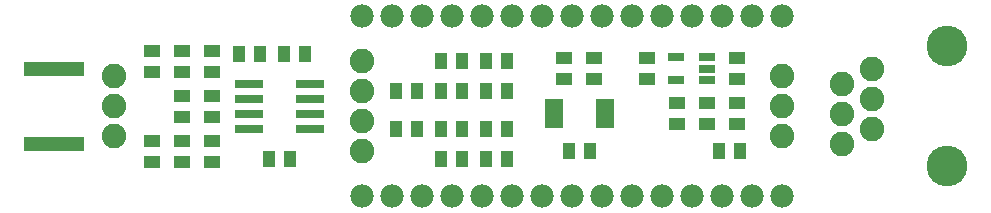
<source format=gts>
G04 EAGLE Gerber X2 export*
G75*
%MOIN*%
%FSLAX24Y24*%
%LPD*%
%AMOC8*
5,1,8,0,0,1.08239X$1,22.5*%
G01*
%ADD10R,0.055244X0.039496*%
%ADD11R,0.094614X0.031622*%
%ADD12R,0.039496X0.055244*%
%ADD13R,0.055244X0.029654*%
%ADD14C,0.078000*%
%ADD15C,0.082000*%
%ADD16R,0.064000X0.019000*%
%ADD17C,0.136000*%
%ADD18R,0.204850X0.047370*%


D10*
X21000Y4896D03*
X21000Y5604D03*
X22000Y4104D03*
X22000Y3396D03*
X24000Y4896D03*
X24000Y5604D03*
X24000Y4104D03*
X24000Y3396D03*
D11*
X7726Y4250D03*
X9774Y4250D03*
X7726Y4750D03*
X7726Y3750D03*
X7726Y3250D03*
X9774Y4750D03*
X9774Y3750D03*
X9774Y3250D03*
D10*
X6500Y5146D03*
X6500Y5854D03*
D12*
X8896Y5750D03*
X9604Y5750D03*
D13*
X23012Y4876D03*
X23012Y5250D03*
X23012Y5624D03*
X21988Y5624D03*
X21988Y4876D03*
D14*
X11500Y1000D03*
X12500Y1000D03*
X13500Y1000D03*
X14500Y1000D03*
X15500Y1000D03*
X16500Y1000D03*
X17500Y1000D03*
X18500Y1000D03*
X19500Y1000D03*
X20500Y1000D03*
X21500Y1000D03*
X22500Y1000D03*
X23500Y1000D03*
X24500Y1000D03*
X25500Y1000D03*
X11500Y7000D03*
X12500Y7000D03*
X13500Y7000D03*
X14500Y7000D03*
X15500Y7000D03*
X16500Y7000D03*
X17500Y7000D03*
X18500Y7000D03*
X19500Y7000D03*
X20500Y7000D03*
X21500Y7000D03*
X22500Y7000D03*
X23500Y7000D03*
X24500Y7000D03*
X25500Y7000D03*
D10*
X23000Y4104D03*
X23000Y3396D03*
D12*
X9104Y2250D03*
X8396Y2250D03*
D10*
X6500Y3646D03*
X6500Y4354D03*
X4500Y2854D03*
X4500Y2146D03*
X6500Y2146D03*
X6500Y2854D03*
D15*
X3250Y3000D03*
X3250Y4000D03*
X3250Y5000D03*
D12*
X7396Y5750D03*
X8104Y5750D03*
D15*
X25500Y3000D03*
X25500Y4000D03*
X25500Y5000D03*
D12*
X23396Y2500D03*
X24104Y2500D03*
D16*
X17890Y4140D03*
X17890Y3950D03*
X17890Y3750D03*
X17890Y3550D03*
X17890Y3360D03*
X19610Y3360D03*
X19610Y3550D03*
X19610Y3750D03*
X19610Y3950D03*
X19610Y4140D03*
D15*
X11500Y2500D03*
X11500Y3500D03*
X11500Y4500D03*
X11500Y5500D03*
D10*
X5500Y5146D03*
X5500Y5854D03*
X5500Y2854D03*
X5500Y2146D03*
X5500Y4354D03*
X5500Y3646D03*
D12*
X18396Y2500D03*
X19104Y2500D03*
X14854Y3250D03*
X14146Y3250D03*
X14854Y2250D03*
X14146Y2250D03*
X16354Y2250D03*
X15646Y2250D03*
X15646Y3250D03*
X16354Y3250D03*
X14854Y4500D03*
X14146Y4500D03*
X14854Y5500D03*
X14146Y5500D03*
X16354Y5500D03*
X15646Y5500D03*
X15646Y4500D03*
X16354Y4500D03*
X13354Y4500D03*
X12646Y4500D03*
X13354Y3250D03*
X12646Y3250D03*
D10*
X19250Y4896D03*
X19250Y5604D03*
X18250Y4896D03*
X18250Y5604D03*
D15*
X27500Y2750D03*
X28500Y3250D03*
X27500Y3750D03*
X28500Y4250D03*
X27500Y4750D03*
X28500Y5250D03*
D17*
X31000Y2000D03*
X31000Y6000D03*
D10*
X4500Y5146D03*
X4500Y5854D03*
D18*
X1250Y5250D03*
X1250Y2750D03*
M02*

</source>
